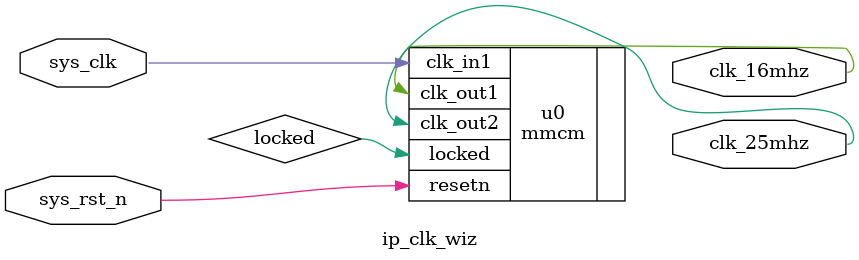
<source format=v>
module ip_clk_wiz (
    // input port
    input wire sys_clk,
    input wire sys_rst_n,
    
    // output port
    output wire clk_16mhz,
    output wire clk_25mhz
);

wire locked;

// MMCM/PLL create-ip
mmcm u0(
    .resetn(sys_rst_n),
    .locked(locked),
    .clk_in1(sys_clk),

    .clk_out1(clk_16mhz),
    .clk_out2(clk_25mhz)
);

endmodule

</source>
